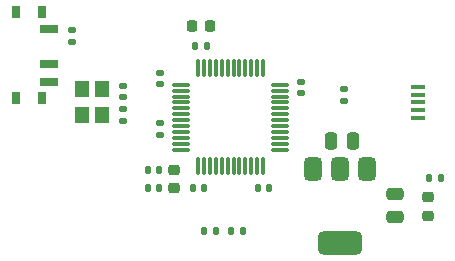
<source format=gbr>
%TF.GenerationSoftware,KiCad,Pcbnew,8.0.0*%
%TF.CreationDate,2024-03-15T15:48:41+01:00*%
%TF.ProjectId,STM32F103_BluePill,53544d33-3246-4313-9033-5f426c756550,rev?*%
%TF.SameCoordinates,Original*%
%TF.FileFunction,Paste,Top*%
%TF.FilePolarity,Positive*%
%FSLAX46Y46*%
G04 Gerber Fmt 4.6, Leading zero omitted, Abs format (unit mm)*
G04 Created by KiCad (PCBNEW 8.0.0) date 2024-03-15 15:48:41*
%MOMM*%
%LPD*%
G01*
G04 APERTURE LIST*
G04 Aperture macros list*
%AMRoundRect*
0 Rectangle with rounded corners*
0 $1 Rounding radius*
0 $2 $3 $4 $5 $6 $7 $8 $9 X,Y pos of 4 corners*
0 Add a 4 corners polygon primitive as box body*
4,1,4,$2,$3,$4,$5,$6,$7,$8,$9,$2,$3,0*
0 Add four circle primitives for the rounded corners*
1,1,$1+$1,$2,$3*
1,1,$1+$1,$4,$5*
1,1,$1+$1,$6,$7*
1,1,$1+$1,$8,$9*
0 Add four rect primitives between the rounded corners*
20,1,$1+$1,$2,$3,$4,$5,0*
20,1,$1+$1,$4,$5,$6,$7,0*
20,1,$1+$1,$6,$7,$8,$9,0*
20,1,$1+$1,$8,$9,$2,$3,0*%
G04 Aperture macros list end*
%ADD10RoundRect,0.225000X-0.225000X-0.250000X0.225000X-0.250000X0.225000X0.250000X-0.225000X0.250000X0*%
%ADD11R,1.300000X0.450000*%
%ADD12RoundRect,0.140000X-0.140000X-0.170000X0.140000X-0.170000X0.140000X0.170000X-0.140000X0.170000X0*%
%ADD13RoundRect,0.140000X-0.170000X0.140000X-0.170000X-0.140000X0.170000X-0.140000X0.170000X0.140000X0*%
%ADD14RoundRect,0.135000X0.185000X-0.135000X0.185000X0.135000X-0.185000X0.135000X-0.185000X-0.135000X0*%
%ADD15RoundRect,0.140000X0.170000X-0.140000X0.170000X0.140000X-0.170000X0.140000X-0.170000X-0.140000X0*%
%ADD16RoundRect,0.250000X-0.250000X-0.475000X0.250000X-0.475000X0.250000X0.475000X-0.250000X0.475000X0*%
%ADD17RoundRect,0.140000X0.140000X0.170000X-0.140000X0.170000X-0.140000X-0.170000X0.140000X-0.170000X0*%
%ADD18RoundRect,0.075000X-0.662500X-0.075000X0.662500X-0.075000X0.662500X0.075000X-0.662500X0.075000X0*%
%ADD19RoundRect,0.075000X-0.075000X-0.662500X0.075000X-0.662500X0.075000X0.662500X-0.075000X0.662500X0*%
%ADD20RoundRect,0.250000X0.475000X-0.250000X0.475000X0.250000X-0.475000X0.250000X-0.475000X-0.250000X0*%
%ADD21R,1.200000X1.400000*%
%ADD22RoundRect,0.218750X-0.256250X0.218750X-0.256250X-0.218750X0.256250X-0.218750X0.256250X0.218750X0*%
%ADD23RoundRect,0.375000X-0.375000X0.625000X-0.375000X-0.625000X0.375000X-0.625000X0.375000X0.625000X0*%
%ADD24RoundRect,0.500000X-1.400000X0.500000X-1.400000X-0.500000X1.400000X-0.500000X1.400000X0.500000X0*%
%ADD25R,0.800000X1.000000*%
%ADD26R,1.500000X0.700000*%
%ADD27RoundRect,0.135000X0.135000X0.185000X-0.135000X0.185000X-0.135000X-0.185000X0.135000X-0.185000X0*%
%ADD28RoundRect,0.135000X-0.135000X-0.185000X0.135000X-0.185000X0.135000X0.185000X-0.135000X0.185000X0*%
%ADD29RoundRect,0.135000X-0.185000X0.135000X-0.185000X-0.135000X0.185000X-0.135000X0.185000X0.135000X0*%
G04 APERTURE END LIST*
D10*
%TO.C,C3*%
X146725000Y-92500000D03*
X148275000Y-92500000D03*
%TD*%
D11*
%TO.C,J3*%
X165845000Y-100300000D03*
X165845000Y-99650000D03*
X165845000Y-99000000D03*
X165845000Y-98350000D03*
X165845000Y-97700000D03*
%TD*%
D12*
%TO.C,C4*%
X146790000Y-106250000D03*
X147750000Y-106250000D03*
%TD*%
D13*
%TO.C,C9*%
X156000000Y-97270000D03*
X156000000Y-98230000D03*
%TD*%
D14*
%TO.C,R4*%
X136600000Y-93910000D03*
X136600000Y-92890000D03*
%TD*%
D15*
%TO.C,C5*%
X140875000Y-98550000D03*
X140875000Y-97590000D03*
%TD*%
%TO.C,C11*%
X144020000Y-101730000D03*
X144020000Y-100770000D03*
%TD*%
D16*
%TO.C,C1*%
X158487500Y-102237500D03*
X160387500Y-102237500D03*
%TD*%
D17*
%TO.C,C12*%
X143980000Y-104750000D03*
X143020000Y-104750000D03*
%TD*%
D15*
%TO.C,C6*%
X144000000Y-97480000D03*
X144000000Y-96520000D03*
%TD*%
D18*
%TO.C,U2*%
X145837500Y-97500000D03*
X145837500Y-98000000D03*
X145837500Y-98500000D03*
X145837500Y-99000000D03*
X145837500Y-99500000D03*
X145837500Y-100000000D03*
X145837500Y-100500000D03*
X145837500Y-101000000D03*
X145837500Y-101500000D03*
X145837500Y-102000000D03*
X145837500Y-102500000D03*
X145837500Y-103000000D03*
D19*
X147250000Y-104412500D03*
X147750000Y-104412500D03*
X148250000Y-104412500D03*
X148750000Y-104412500D03*
X149250000Y-104412500D03*
X149750000Y-104412500D03*
X150250000Y-104412500D03*
X150750000Y-104412500D03*
X151250000Y-104412500D03*
X151750000Y-104412500D03*
X152250000Y-104412500D03*
X152750000Y-104412500D03*
D18*
X154162500Y-103000000D03*
X154162500Y-102500000D03*
X154162500Y-102000000D03*
X154162500Y-101500000D03*
X154162500Y-101000000D03*
X154162500Y-100500000D03*
X154162500Y-100000000D03*
X154162500Y-99500000D03*
X154162500Y-99000000D03*
X154162500Y-98500000D03*
X154162500Y-98000000D03*
X154162500Y-97500000D03*
D19*
X152750000Y-96087500D03*
X152250000Y-96087500D03*
X151750000Y-96087500D03*
X151250000Y-96087500D03*
X150750000Y-96087500D03*
X150250000Y-96087500D03*
X149750000Y-96087500D03*
X149250000Y-96087500D03*
X148750000Y-96087500D03*
X148250000Y-96087500D03*
X147750000Y-96087500D03*
X147250000Y-96087500D03*
%TD*%
D17*
%TO.C,C13*%
X143980000Y-106250000D03*
X143020000Y-106250000D03*
%TD*%
D20*
%TO.C,C2*%
X163937500Y-108687500D03*
X163937500Y-106787500D03*
%TD*%
D21*
%TO.C,Y1*%
X137425000Y-97850000D03*
X137425000Y-100050000D03*
X139125000Y-100050000D03*
X139125000Y-97850000D03*
%TD*%
D22*
%TO.C,FB1*%
X145250000Y-104712500D03*
X145250000Y-106287500D03*
%TD*%
D23*
%TO.C,U1*%
X161550000Y-104600000D03*
X159250000Y-104600000D03*
D24*
X159250000Y-110900000D03*
D23*
X156950000Y-104600000D03*
%TD*%
D25*
%TO.C,SW1*%
X134005000Y-91350000D03*
X131795000Y-91350000D03*
X134005000Y-98650000D03*
X131795000Y-98650000D03*
D26*
X134655000Y-92750000D03*
X134655000Y-95750000D03*
X134655000Y-97250000D03*
%TD*%
D27*
%TO.C,R2*%
X148780000Y-109860000D03*
X147760000Y-109860000D03*
%TD*%
D15*
%TO.C,C7*%
X140875000Y-100550000D03*
X140875000Y-99590000D03*
%TD*%
D28*
%TO.C,R3*%
X150010000Y-109860000D03*
X151030000Y-109860000D03*
%TD*%
D12*
%TO.C,C10*%
X147020000Y-94250000D03*
X147980000Y-94250000D03*
%TD*%
D17*
%TO.C,C8*%
X153260000Y-106270000D03*
X152300000Y-106270000D03*
%TD*%
D22*
%TO.C,D1*%
X166700000Y-107012500D03*
X166700000Y-108587500D03*
%TD*%
D28*
%TO.C,R1*%
X166790000Y-105400000D03*
X167810000Y-105400000D03*
%TD*%
D29*
%TO.C,R5*%
X159620000Y-97830000D03*
X159620000Y-98850000D03*
%TD*%
M02*

</source>
